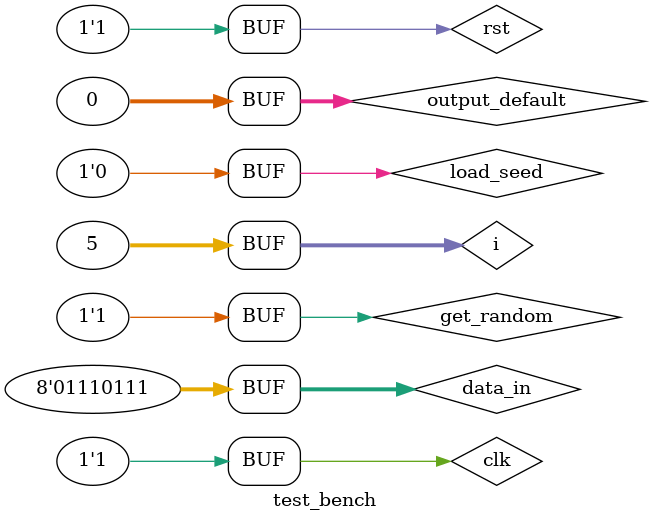
<source format=v>
`timescale 1ns / 1ps


module test_bench(
);
    reg clk;
    reg rst;
    reg get_random;
    reg load_seed=0;
    wire [0:7]d_out;
    integer i=0;
    reg [0:31]output_default=0;
    reg[0:7]data_in=0;
    LFSR_Main uut(.clk(clk),.rst(rst),.get_random(get_random),.load_seed(load_seed),.data_in(0),.d_out(d_out));
    //Clock geeration
    always begin:clk_generation
        clk<=0;
        #50;
        clk<=1;
        #50;
    end
    always begin
        //reset test
        rst<=0;
        #100;
        rst<=1;
        #20000;
    end
    always begin: test_cases
        //check the value of seed after reset
        #100;
        get_random<=1;
        for(i=0;i<5;i=i+1)
            begin
                if(i==1)
                    begin
                        output_default[24:31]<=d_out;
                    end
                else if(i==2)
                    begin
                        output_default[16:23]<=d_out;
                    end
                else if(i==3)
                    begin
                        output_default[8:15]<=d_out;
                    end
                else if(i==4)
                begin
                    output_default[0:7]<=d_out;
                end
                #100;
            end
        if(output_default==32'h02468ACD)
            begin
                $display("Default value is set as expected");
                output_default<=0;
            end
        else
            begin
                $display("Default value is not set as expected");
                output_default<=0;
            end
            //check the value of seed after reset

            /*cheking if output is produced when get_random=0 and output is still not completed 
            and also when the get_random becomes '1' before all the output is produce it should again continue to output the data*/
        get_random<=0;
        #100;
        get_random<=1;
        #600;
        get_random<=0;
        #100;
        /*cheking if output is produced when get_random=0 and output is still not completed 
            and also when the get_random becomes '1' before all the output is produce it should again continue to output the data*/

        //Checking for LFSR function
        get_random<=1;
        for(i=0;i<5;i=i+1)
            begin
                if(i==1)
                    begin
                        output_default[24:31]<=d_out;
                    end
                else if(i==2)
                    begin
                        output_default[16:23]<=d_out;
                    end
                else if(i==3)
                    begin
                        output_default[8:15]<=d_out;
                    end
                else if(i==4)
                begin
                    output_default[0:7]<=d_out;
                end
                #100;
            end
        if(output_default==32'h1234566)
            begin
                $display("Ouput is LFSR of default value");
                output_default<=0;
            end
        else
            begin
                $display("Ouput is not LFSR of default value");
                output_default<=0;
            end
            //Checking for LFSR function
            
            //checking for Data load
            get_random<=0;
            #300;
            load_seed<=1;
            #50;
            for(i=0;i<5;i=i+1)
            begin
            if(i==1)
                    begin
                        data_in<=8'h32;
                    end
                else if(i==2)
                    begin
                        data_in<=8'h45;
                    end
                else if(i==3)
                    begin
                        data_in<=8'h87;
                    end
                else if(i==4)
                begin
                    data_in<=8'h77;
                end
                #100;
            end
            load_seed<=0;
            #100;
            get_random<=1;
        for(i=0;i<5;i=i+1)
            begin
                if(i==1)
                    begin
                        output_default[24:31]<=d_out;
                    end
                else if(i==2)
                    begin
                        output_default[16:23]<=d_out;
                    end
                else if(i==3)
                    begin
                        output_default[8:15]<=d_out;
                    end
                else if(i==4)
                begin
                    output_default[0:7]<=d_out;
                end
                #100;
            end
        if(output_default==32'h32458777)
            begin
                $display("seed value is set as expected");
                output_default<=0;
            end
        else
            begin
                $display("seed value is not set as expected");
                output_default<=0;
            end
            //checking for data load
    end
endmodule
</source>
